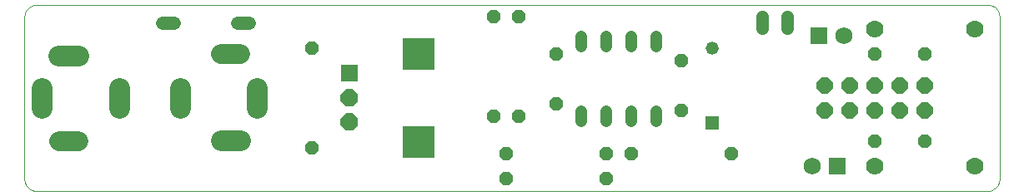
<source format=gts>
G75*
%MOIN*%
%OFA0B0*%
%FSLAX24Y24*%
%IPPOS*%
%LPD*%
%AMOC8*
5,1,8,0,0,1.08239X$1,22.5*
%
%ADD10C,0.0010*%
%ADD11C,0.0827*%
%ADD12C,0.0788*%
%ADD13R,0.0700X0.0700*%
%ADD14OC8,0.0700*%
%ADD15R,0.1267X0.1267*%
%ADD16OC8,0.0640*%
%ADD17R,0.0520X0.0520*%
%ADD18C,0.0520*%
%ADD19C,0.0520*%
%ADD20OC8,0.0520*%
%ADD21R,0.0690X0.0690*%
%ADD22C,0.0690*%
%ADD23C,0.0700*%
%ADD24C,0.0453*%
%ADD25C,0.0512*%
D10*
X001260Y001510D02*
X039236Y001510D01*
X039280Y001512D01*
X039323Y001518D01*
X039366Y001527D01*
X039407Y001540D01*
X039448Y001557D01*
X039487Y001577D01*
X039523Y001601D01*
X039558Y001627D01*
X039590Y001657D01*
X039620Y001689D01*
X039646Y001724D01*
X039670Y001760D01*
X039690Y001799D01*
X039707Y001840D01*
X039720Y001881D01*
X039729Y001924D01*
X039735Y001967D01*
X039737Y002011D01*
X039736Y002011D02*
X039736Y008514D01*
X039737Y008514D02*
X039735Y008556D01*
X039730Y008597D01*
X039721Y008637D01*
X039708Y008677D01*
X039692Y008716D01*
X039673Y008753D01*
X039651Y008788D01*
X039625Y008821D01*
X039597Y008851D01*
X039567Y008879D01*
X039534Y008905D01*
X039499Y008927D01*
X039462Y008946D01*
X039423Y008962D01*
X039383Y008975D01*
X039343Y008984D01*
X039302Y008989D01*
X039260Y008991D01*
X039260Y008990D02*
X001240Y008990D01*
X001198Y008988D01*
X001157Y008983D01*
X001116Y008974D01*
X001076Y008961D01*
X001037Y008945D01*
X001000Y008926D01*
X000965Y008903D01*
X000931Y008878D01*
X000901Y008849D01*
X000872Y008819D01*
X000847Y008785D01*
X000824Y008750D01*
X000805Y008713D01*
X000789Y008674D01*
X000776Y008634D01*
X000767Y008593D01*
X000762Y008552D01*
X000760Y008510D01*
X000760Y002010D01*
X000762Y001966D01*
X000768Y001923D01*
X000777Y001881D01*
X000790Y001839D01*
X000807Y001799D01*
X000827Y001760D01*
X000850Y001723D01*
X000877Y001689D01*
X000906Y001656D01*
X000939Y001627D01*
X000973Y001600D01*
X001010Y001577D01*
X001049Y001557D01*
X001089Y001540D01*
X001131Y001527D01*
X001173Y001518D01*
X001216Y001512D01*
X001260Y001510D01*
D11*
X008603Y003560D02*
X009390Y003560D01*
X010059Y004866D02*
X010059Y005654D01*
X006970Y005654D02*
X006970Y004866D01*
X004550Y004866D02*
X004550Y005654D01*
X001461Y005654D02*
X001461Y004866D01*
X002130Y006960D02*
X002917Y006960D01*
D12*
X008622Y007010D02*
X009370Y007010D01*
X002898Y003510D02*
X002150Y003510D01*
D13*
X013754Y006244D03*
D14*
X013754Y005260D03*
X013754Y004276D03*
D15*
X016510Y003488D03*
X016510Y007032D03*
D16*
X032760Y005760D03*
X033760Y005760D03*
X034760Y005760D03*
X035760Y005760D03*
X036760Y005760D03*
X036760Y004760D03*
X035760Y004760D03*
X034760Y004760D03*
X033760Y004760D03*
X032760Y004760D03*
D17*
X028260Y004260D03*
D18*
X028260Y007260D03*
D19*
X009750Y008260D02*
X009270Y008260D01*
X006750Y008260D02*
X006270Y008260D01*
D20*
X012260Y007260D03*
X019510Y008510D03*
X020510Y008510D03*
X022010Y007010D03*
X027010Y006760D03*
X022010Y005010D03*
X020510Y004510D03*
X019510Y004510D03*
X020010Y003010D03*
X020010Y002010D03*
X024010Y002010D03*
X024010Y003010D03*
X025010Y003010D03*
X029010Y003010D03*
X034760Y003510D03*
X036760Y003510D03*
X027010Y004760D03*
X034760Y007010D03*
X036760Y007010D03*
X012260Y003260D03*
D21*
X032510Y007760D03*
X033260Y002510D03*
D22*
X032260Y002510D03*
X033510Y007760D03*
D23*
X034760Y008010D03*
X038760Y008010D03*
X038760Y002510D03*
X034760Y002510D03*
D24*
X026010Y004303D02*
X026010Y004717D01*
X025010Y004717D02*
X025010Y004303D01*
X024010Y004303D02*
X024010Y004717D01*
X023010Y004717D02*
X023010Y004303D01*
X023010Y007303D02*
X023010Y007717D01*
X024010Y007717D02*
X024010Y007303D01*
X025010Y007303D02*
X025010Y007717D01*
X026010Y007717D02*
X026010Y007303D01*
D25*
X030260Y008038D02*
X030260Y008510D01*
X031260Y008510D02*
X031260Y008038D01*
M02*

</source>
